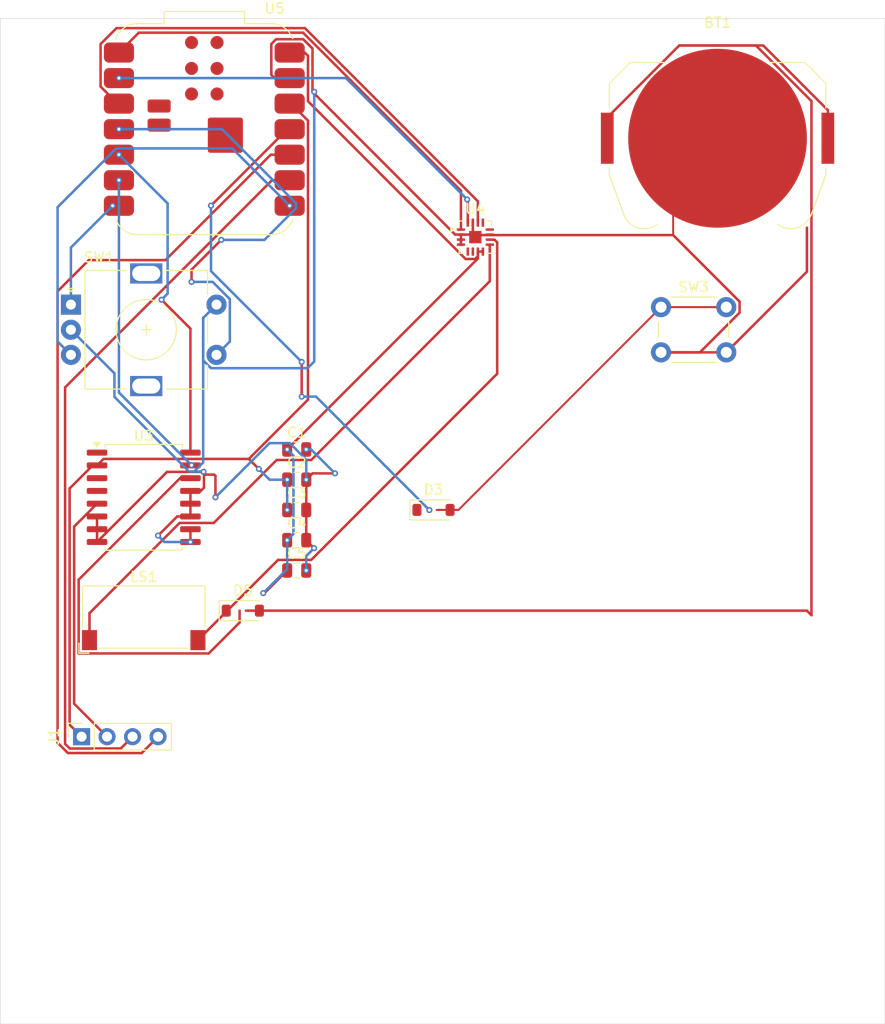
<source format=kicad_pcb>
(kicad_pcb (version 20241229) (generator "pcbnew") (generator_version "9.0")
  (layers (0 "F.Cu" signal) (2 "B.Cu" signal) (13 "F.Paste" user) (15 "B.Paste" user) (5 "F.SilkS" user "F.Silkscreen") (7 "B.SilkS" user "B.Silkscreen") (1 "F.Mask" user) (3 "B.Mask" user) (25 "Edge.Cuts" user))
  (net 0 "")
  (net 1 "GND")
  (net 2 "/DO1")
  (net 3 "+5V")
  (net 4 "+3.3V")
  (net 5 "/D10")
  (net 6 "Net-(D3-A)")
  (net 7 "/VBAT")
  (net 8 "/D9")
  (net 9 "/D8")
  (net 10 "/OUTP")
  (net 11 "/OUTN")
  (net 12 "/D6")
  (net 13 "/D0")
  (net 14 "/D7")
  (net 18 "/D5")
  (net 19 "/D4")
  (net 20 "/D3")
  (net 21 "/D1")
  (net 25 "/D2")
  (footprint "Capacitor_SMD:C_0805_2012Metric" (layer "F.Cu") (at 115.25 78.58125)
    (property "Reference" "C1" (at 0 -1.68 0) (layer "F.SilkS"))
    (property "Value" "100UF")
    (fp_line (start -0.261252 -0.735) (end 0.261252 -0.735) (stroke (width 0.12)) (layer "F.SilkS"))
    (fp_line (start -0.261252 0.735) (end 0.261252 0.735) (stroke (width 0.12)) (layer "F.SilkS"))
    (pad "1" smd roundrect (at -0.95 0) (size 1 1.45) (layers "F.Cu" "F.Mask" "F.Paste") (net 3 "+5V"))
    (pad "2" smd roundrect (at 0.95 0) (size 1 1.45) (layers "F.Cu" "F.Mask" "F.Paste") (net 1 "GND"))
  )
  (footprint "Battery:BatteryHolder_Keystone_3034_1x20mm" (layer "F.Cu") (at 157.1625 47.625)
    (property "Reference" "BT1" (at 0 -11.5 0) (layer "F.SilkS"))
    (property "Value" "Battery_Cell")
    (fp_line (start -10.78 -5.46) (end -10.78 -3) (stroke (width 0.12)) (layer "F.SilkS"))
    (fp_line (start -10.78 3) (end -10.78 3.63) (stroke (width 0.12)) (layer "F.SilkS"))
    (fp_line (start -10.78 3.63) (end -9.34 7.58) (stroke (width 0.12)) (layer "F.SilkS"))
    (fp_line (start -8.7 -7.54) (end -10.78 -5.46) (stroke (width 0.12)) (layer "F.SilkS"))
    (fp_line (start -5.2 -7.54) (end -8.7 -7.54) (stroke (width 0.12)) (layer "F.SilkS"))
    (fp_line (start 8.7 -7.54) (end 5.2 -7.54) (stroke (width 0.12)) (layer "F.SilkS"))
    (fp_line (start 8.7 -7.54) (end 10.78 -5.46) (stroke (width 0.12)) (layer "F.SilkS"))
    (fp_line (start 10.78 -5.46) (end 10.78 -3) (stroke (width 0.12)) (layer "F.SilkS"))
    (fp_line (start 10.78 3) (end 10.78 3.63) (stroke (width 0.12)) (layer "F.SilkS"))
    (fp_line (start 10.78 3.63) (end 9.34 7.58) (stroke (width 0.12)) (layer "F.SilkS"))
    (fp_arc (start -6.003354 8.56653) (mid -7.921654 8.918738) (end -9.34 7.58) (stroke (width 0.12)) (layer "F.SilkS"))
    (fp_arc (start 9.325243 7.588169) (mid 7.90634 8.911668) (end 6 8.55) (stroke (width 0.12)) (layer "F.SilkS"))
    (pad "1" smd rect (at -10.985 0) (size 1.27 5.08) (layers "F.Cu" "F.Mask" "F.Paste") (net 2 "/DO1"))
    (pad "1" smd rect (at 10.985 0) (size 1.27 5.08) (layers "F.Cu" "F.Mask" "F.Paste") (net 2 "/DO1"))
    (pad "2" smd circle (at 0 0) (size 17.8 17.8) (layers "F.Cu" "F.Mask") (net 1 "GND"))
  )
  (footprint "Diode_SMD:D_SOD-123" (layer "F.Cu") (at 128.8725 84.5975)
    (property "Reference" "D3" (at 0 -2 0) (layer "F.SilkS"))
    (property "Value" "D")
    (fp_line (start -2.36 -1) (end -2.36 1) (stroke (width 0.12)) (layer "F.SilkS"))
    (fp_line (start -2.36 -1) (end 1.65 -1) (stroke (width 0.12)) (layer "F.SilkS"))
    (fp_line (start -2.36 1) (end 1.65 1) (stroke (width 0.12)) (layer "F.SilkS"))
    (pad "1" smd roundrect (at -1.65 0) (size 0.9 1.2) (layers "F.Cu" "F.Mask" "F.Paste") (net 5 "/D10"))
    (pad "2" smd roundrect (at 1.65 0) (size 0.9 1.2) (layers "F.Cu" "F.Mask" "F.Paste") (net 6 "Net-(D3-A)"))
  )
  (footprint "Capacitor_SMD:C_0805_2012Metric" (layer "F.Cu") (at 115.25 81.59125)
    (property "Reference" "C2" (at 0 -1.68 0) (layer "F.SilkS"))
    (property "Value" "10uf")
    (fp_line (start -0.261252 -0.735) (end 0.261252 -0.735) (stroke (width 0.12)) (layer "F.SilkS"))
    (fp_line (start -0.261252 0.735) (end 0.261252 0.735) (stroke (width 0.12)) (layer "F.SilkS"))
    (pad "1" smd roundrect (at -0.95 0) (size 1 1.45) (layers "F.Cu" "F.Mask" "F.Paste") (net 4 "+3.3V"))
    (pad "2" smd roundrect (at 0.95 0) (size 1 1.45) (layers "F.Cu" "F.Mask" "F.Paste") (net 1 "GND"))
  )
  (footprint "Button_Switch_THT:SW_PUSH_6mm" (layer "F.Cu") (at 151.53125 64.425)
    (property "Reference" "SW3" (at 3.25 -2 0) (layer "F.SilkS"))
    (property "Value" "SW_Push")
    (fp_line (start -0.25 1.5) (end -0.25 3) (stroke (width 0.12)) (layer "F.SilkS"))
    (fp_line (start 1 5.5) (end 5.5 5.5) (stroke (width 0.12)) (layer "F.SilkS"))
    (fp_line (start 5.5 -1) (end 1 -1) (stroke (width 0.12)) (layer "F.SilkS"))
    (fp_line (start 6.75 3) (end 6.75 1.5) (stroke (width 0.12)) (layer "F.SilkS"))
    (pad "1" thru_hole circle (at 0 0 90) (size 2 2) (drill 1.1) (layers "*.Cu" "*.Mask") (net 6 "Net-(D3-A)"))
    (pad "1" thru_hole circle (at 6.5 0 90) (size 2 2) (drill 1.1) (layers "*.Cu" "*.Mask") (net 6 "Net-(D3-A)"))
    (pad "2" thru_hole circle (at 0 4.5 90) (size 2 2) (drill 1.1) (layers "*.Cu" "*.Mask") (net 1 "GND"))
    (pad "2" thru_hole circle (at 6.5 4.5 90) (size 2 2) (drill 1.1) (layers "*.Cu" "*.Mask") (net 1 "GND"))
  )
  (footprint "Capacitor_SMD:C_0805_2012Metric" (layer "F.Cu") (at 115.25 90.62125)
    (property "Reference" "C5" (at 0 -1.68 0) (layer "F.SilkS"))
    (property "Value" "10uf")
    (fp_line (start -0.261252 -0.735) (end 0.261252 -0.735) (stroke (width 0.12)) (layer "F.SilkS"))
    (fp_line (start -0.261252 0.735) (end 0.261252 0.735) (stroke (width 0.12)) (layer "F.SilkS"))
    (pad "1" smd roundrect (at -0.95 0) (size 1 1.45) (layers "F.Cu" "F.Mask" "F.Paste") (net 3 "+5V"))
    (pad "2" smd roundrect (at 0.95 0) (size 1 1.45) (layers "F.Cu" "F.Mask" "F.Paste") (net 1 "GND"))
  )
  (footprint "Capacitor_SMD:C_0805_2012Metric" (layer "F.Cu") (at 115.25 87.61125)
    (property "Reference" "C4" (at 0 -1.68 0) (layer "F.SilkS"))
    (property "Value" "100nf")
    (fp_line (start -0.261252 -0.735) (end 0.261252 -0.735) (stroke (width 0.12)) (layer "F.SilkS"))
    (fp_line (start -0.261252 0.735) (end 0.261252 0.735) (stroke (width 0.12)) (layer "F.SilkS"))
    (pad "1" smd roundrect (at -0.95 0) (size 1 1.45) (layers "F.Cu" "F.Mask" "F.Paste") (net 3 "+5V"))
    (pad "2" smd roundrect (at 0.95 0) (size 1 1.45) (layers "F.Cu" "F.Mask" "F.Paste") (net 1 "GND"))
  )
  (footprint "RF_Module:MCU_Seeed_ESP32C3" (layer "F.Cu") (at 106.045 46.72)
    (property "Reference" "U5" (at 7 -12 0) (layer "F.SilkS"))
    (property "Value" "XIAO-ESP32-C3-DIP")
    (fp_line (start -6.7 10.5) (end 6.7 10.5) (stroke (width 0.12)) (layer "F.SilkS"))
    (fp_line (start -4 -11.7) (end 4 -11.7) (stroke (width 0.12)) (layer "F.SilkS"))
    (fp_line (start -4 -10.5) (end -6.6 -10.5) (stroke (width 0.12)) (layer "F.SilkS"))
    (fp_line (start -4 -10.5) (end -4 -11.7) (stroke (width 0.12)) (layer "F.SilkS"))
    (fp_line (start 4 -11.7) (end 4 -10.5) (stroke (width 0.12)) (layer "F.SilkS"))
    (fp_line (start 6.6 -10.5) (end 4 -10.5) (stroke (width 0.12)) (layer "F.SilkS"))
    (fp_arc (start -8.812892 -9.00468) (mid -7.949609 -10.111769) (end -6.600468 -10.499999) (stroke (width 0.12)) (layer "F.SilkS"))
    (fp_arc (start -6.7 10.5) (mid -7.977232 10.068125) (end -8.8 9) (stroke (width 0.12)) (layer "F.SilkS"))
    (fp_arc (start 6.6 -10.499999) (mid 7.944325 -10.107116) (end 8.804034 -9.001464) (stroke (width 0.12)) (layer "F.SilkS"))
    (fp_arc (start 8.8 9) (mid 7.977232 10.068125) (end 6.7 10.5) (stroke (width 0.12)) (layer "F.SilkS"))
    (pad "1" smd roundrect (at -8.5 -7.62) (size 3 2) (layers "F.Cu" "F.Mask" "F.Paste") (net 21 "/D1"))
    (pad "2" smd roundrect (at -8.5 -5.08) (size 3 2) (layers "F.Cu" "F.Mask" "F.Paste") (net 25 "/D2"))
    (pad "3" smd roundrect (at -8.5 -2.54) (size 3 2) (layers "F.Cu" "F.Mask" "F.Paste") (net 20 "/D3"))
    (pad "4" smd roundrect (at -8.5 0) (size 3 2) (layers "F.Cu" "F.Mask" "F.Paste") (net 13 "/D0"))
    (pad "5" smd roundrect (at -8.5 2.54) (size 3 2) (layers "F.Cu" "F.Mask" "F.Paste") (net 19 "/D4"))
    (pad "6" smd roundrect (at -8.5 5.08) (size 3 2) (layers "F.Cu" "F.Mask" "F.Paste") (net 18 "/D5"))
    (pad "7" smd roundrect (at -8.5 7.62) (size 3 2) (layers "F.Cu" "F.Mask" "F.Paste") (net 12 "/D6"))
    (pad "8" smd roundrect (at 8.5 7.62) (size 3 2) (layers "F.Cu" "F.Mask" "F.Paste") (net 14 "/D7"))
    (pad "9" smd roundrect (at 8.5 5.08) (size 3 2) (layers "F.Cu" "F.Mask" "F.Paste") (net 9 "/D8"))
    (pad "10" smd roundrect (at 8.5 2.54) (size 3 2) (layers "F.Cu" "F.Mask" "F.Paste") (net 8 "/D9"))
    (pad "11" smd roundrect (at 8.5 0) (size 3 2) (layers "F.Cu" "F.Mask" "F.Paste") (net 5 "/D10"))
    (pad "12" smd roundrect (at 8.5 -2.54) (size 3 2) (layers "F.Cu" "F.Mask" "F.Paste") (net 4 "+3.3V"))
    (pad "13" smd roundrect (at 8.5 -5.08) (size 3 2) (layers "F.Cu" "F.Mask" "F.Paste") (net 1 "GND"))
    (pad "14" smd roundrect (at 8.5 -7.62) (size 3 2) (layers "F.Cu" "F.Mask" "F.Paste") (net 3 "+5V"))
    (pad "15" smd roundrect (at 2.1 0.6) (size 3.5 3.5) (property pad_prop_heatsink) (layers "F.Cu" "F.Mask") (roundrect_rratio 0.07142857143))
    (pad "16" smd roundrect (at -4.5 -0.4) (size 2.3 1.3) (layers "F.Cu" "F.Mask" "F.Paste") (roundrect_rratio 0.1923076923))
    (pad "17" smd roundrect (at -4.5 -2.3) (size 2.3 1.3) (layers "F.Cu" "F.Mask" "F.Paste") (roundrect_rratio 0.1923076923))
    (pad "18" smd circle (at -1.27 -8.62) (size 1.3 1.3) (layers "F.Cu" "F.Mask" "F.Paste"))
    (pad "19" smd circle (at -1.27 -6.04) (size 1.3 1.3) (layers "F.Cu" "F.Mask" "F.Paste"))
    (pad "20" smd circle (at -1.27 -3.5) (size 1.3 1.3) (layers "F.Cu" "F.Mask" "F.Paste"))
    (pad "21" smd circle (at 1.27 -3.5) (size 1.3 1.3) (layers "F.Cu" "F.Mask" "F.Paste"))
    (pad "22" smd circle (at 1.27 -6.04) (size 1.3 1.3) (layers "F.Cu" "F.Mask" "F.Paste"))
    (pad "23" smd circle (at 1.27 -8.62) (size 1.3 1.3) (layers "F.Cu" "F.Mask" "F.Paste"))
  )
  (footprint "Diode_SMD:D_SOD-123" (layer "F.Cu") (at 109.8825 94.61875)
    (property "Reference" "D5" (at 0 -2 0) (layer "F.SilkS"))
    (property "Value" "D")
    (fp_line (start -2.36 -1) (end -2.36 1) (stroke (width 0.12)) (layer "F.SilkS"))
    (fp_line (start -2.36 -1) (end 1.65 -1) (stroke (width 0.12)) (layer "F.SilkS"))
    (fp_line (start -2.36 1) (end 1.65 1) (stroke (width 0.12)) (layer "F.SilkS"))
    (pad "1" smd roundrect (at -1.65 0) (size 0.9 1.2) (layers "F.Cu" "F.Mask" "F.Paste") (net 7 "/VBAT"))
    (pad "2" smd roundrect (at 1.65 0) (size 0.9 1.2) (layers "F.Cu" "F.Mask" "F.Paste") (net 2 "/DO1"))
  )
  (footprint "Buzzer_Beeper:Speaker_CUI_CMR-1206S-67" (layer "F.Cu") (at 100.0125 95.25)
    (property "Reference" "LS1" (at 0 -4 0) (layer "F.SilkS"))
    (property "Value" "Speaker")
    (fp_line (start -6.45 2.6) (end -6.45 3.6) (stroke (width 0.12)) (layer "F.SilkS"))
    (fp_line (start -6.45 3.6) (end -5.45 3.6) (stroke (width 0.12)) (layer "F.SilkS"))
    (fp_line (start -6.1 -3.1) (end 6.1 -3.1) (stroke (width 0.12)) (layer "F.SilkS"))
    (fp_line (start -6.1 1.05) (end -6.1 -3.1) (stroke (width 0.12)) (layer "F.SilkS"))
    (fp_line (start 4.4 3.1) (end -4.4 3.1) (stroke (width 0.12)) (layer "F.SilkS"))
    (fp_line (start 6.1 -3.1) (end 6.1 1.05) (stroke (width 0.12)) (layer "F.SilkS"))
    (pad "1" smd rect (at -5.4 2.3 180) (size 1.5 2) (layers "F.Cu" "F.Mask") (net 10 "/OUTP"))
    (pad "2" smd rect (at 5.4 2.3 180) (size 1.5 2) (layers "F.Cu" "F.Mask") (net 11 "/OUTN"))
  )
  (footprint "Package_SO:SOIC-16W_7.5x10.3mm_P1.27mm" (layer "F.Cu") (at 100.0125 83.34375)
    (property "Reference" "U3" (at 0 -6.1 0) (layer "F.SilkS"))
    (property "Value" "DS3231M")
    (fp_line (start -3.86 -5.26) (end 3.86 -5.26) (stroke (width 0.12)) (layer "F.SilkS"))
    (fp_line (start -3.86 -5.005) (end -3.86 -5.26) (stroke (width 0.12)) (layer "F.SilkS"))
    (fp_line (start -3.86 5.26) (end -3.86 5.005) (stroke (width 0.12)) (layer "F.SilkS"))
    (fp_line (start 3.86 -5.26) (end 3.86 -5.005) (stroke (width 0.12)) (layer "F.SilkS"))
    (fp_line (start 3.86 5.005) (end 3.86 5.26) (stroke (width 0.12)) (layer "F.SilkS"))
    (fp_line (start 3.86 5.26) (end -3.86 5.26) (stroke (width 0.12)) (layer "F.SilkS"))
    (fp_poly (pts (xy -4.65 -5.01) (xy -4.99 -5.48) (xy -4.31 -5.48)) (stroke (width 0.12)) (fill yes) (layer "F.SilkS"))
    (pad "1" smd roundrect (at -4.65 -4.445) (size 2.05 0.6) (layers "F.Cu" "F.Mask" "F.Paste"))
    (pad "2" smd roundrect (at -4.65 -3.175) (size 2.05 0.6) (layers "F.Cu" "F.Mask" "F.Paste") (net 4 "+3.3V"))
    (pad "3" smd roundrect (at -4.65 -1.905) (size 2.05 0.6) (layers "F.Cu" "F.Mask" "F.Paste"))
    (pad "4" smd roundrect (at -4.65 -0.635) (size 2.05 0.6) (layers "F.Cu" "F.Mask" "F.Paste"))
    (pad "5" smd roundrect (at -4.65 0.635) (size 2.05 0.6) (layers "F.Cu" "F.Mask" "F.Paste") (net 1 "GND"))
    (pad "6" smd roundrect (at -4.65 1.905) (size 2.05 0.6) (layers "F.Cu" "F.Mask" "F.Paste") (net 1 "GND"))
    (pad "7" smd roundrect (at -4.65 3.175) (size 2.05 0.6) (layers "F.Cu" "F.Mask" "F.Paste") (net 1 "GND"))
    (pad "8" smd roundrect (at -4.65 4.445) (size 2.05 0.6) (layers "F.Cu" "F.Mask" "F.Paste") (net 1 "GND"))
    (pad "9" smd roundrect (at 4.65 4.445) (size 2.05 0.6) (layers "F.Cu" "F.Mask" "F.Paste") (net 1 "GND"))
    (pad "10" smd roundrect (at 4.65 3.175) (size 2.05 0.6) (layers "F.Cu" "F.Mask" "F.Paste") (net 1 "GND"))
    (pad "11" smd roundrect (at 4.65 1.905) (size 2.05 0.6) (layers "F.Cu" "F.Mask" "F.Paste") (net 1 "GND"))
    (pad "12" smd roundrect (at 4.65 0.635) (size 2.05 0.6) (layers "F.Cu" "F.Mask" "F.Paste") (net 1 "GND"))
    (pad "13" smd roundrect (at 4.65 -0.635) (size 2.05 0.6) (layers "F.Cu" "F.Mask" "F.Paste") (net 1 "GND"))
    (pad "14" smd roundrect (at 4.65 -1.905) (size 2.05 0.6) (layers "F.Cu" "F.Mask" "F.Paste") (net 7 "/VBAT"))
    (pad "15" smd roundrect (at 4.65 -3.175) (size 2.05 0.6) (layers "F.Cu" "F.Mask" "F.Paste") (net 18 "/D5"))
    (pad "16" smd roundrect (at 4.65 -4.445) (size 2.05 0.6) (layers "F.Cu" "F.Mask" "F.Paste") (net 19 "/D4"))
  )
  (footprint "Package_DFN_QFN:TQFN-16-1EP_3x3mm_P0.5mm_EP1.23x1.23mm" (layer "F.Cu") (at 133.04 57.46)
    (property "Reference" "U4" (at 0 -2.8 0) (layer "F.SilkS"))
    (property "Value" "MAX98357A")
    (fp_line (start -1.61 -1.61) (end -1.135 -1.61) (stroke (width 0.12)) (layer "F.SilkS"))
    (fp_line (start -1.61 -1.135) (end -1.61 -1.61) (stroke (width 0.12)) (layer "F.SilkS"))
    (fp_line (start -1.61 1.61) (end -1.61 1.135) (stroke (width 0.12)) (layer "F.SilkS"))
    (fp_line (start -1.135 1.61) (end -1.61 1.61) (stroke (width 0.12)) (layer "F.SilkS"))
    (fp_line (start 1.135 -1.61) (end 1.61 -1.61) (stroke (width 0.12)) (layer "F.SilkS"))
    (fp_line (start 1.61 -1.61) (end 1.61 -1.135) (stroke (width 0.12)) (layer "F.SilkS"))
    (fp_line (start 1.61 1.135) (end 1.61 1.61) (stroke (width 0.12)) (layer "F.SilkS"))
    (fp_line (start 1.61 1.61) (end 1.135 1.61) (stroke (width 0.12)) (layer "F.SilkS"))
    (fp_poly (pts (xy -2.12 -0.75) (xy -2.45 -0.51) (xy -2.45 -0.99)) (stroke (width 0.12)) (fill yes) (layer "F.SilkS"))
    (pad "1" smd roundrect (at -1.4375 -0.75) (size 0.825 0.25) (layers "F.Cu" "F.Mask" "F.Paste") (net 21 "/D1"))
    (pad "2" smd roundrect (at -1.4375 -0.25) (size 0.825 0.25) (layers "F.Cu" "F.Mask" "F.Paste") (net 1 "GND"))
    (pad "3" smd roundrect (at -1.4375 0.25) (size 0.825 0.25) (layers "F.Cu" "F.Mask" "F.Paste") (net 1 "GND"))
    (pad "4" smd roundrect (at -1.4375 0.75) (size 0.825 0.25) (layers "F.Cu" "F.Mask" "F.Paste") (net 1 "GND"))
    (pad "5" smd roundrect (at -0.75 1.4375) (size 0.25 0.825) (layers "F.Cu" "F.Mask" "F.Paste"))
    (pad "6" smd roundrect (at -0.25 1.4375) (size 0.25 0.825) (layers "F.Cu" "F.Mask" "F.Paste"))
    (pad "7" smd roundrect (at 0.25 1.4375) (size 0.25 0.825) (layers "F.Cu" "F.Mask" "F.Paste") (net 3 "+5V"))
    (pad "8" smd roundrect (at 0.75 1.4375) (size 0.25 0.825) (layers "F.Cu" "F.Mask" "F.Paste") (net 3 "+5V"))
    (pad "9" smd roundrect (at 1.4375 0.75) (size 0.825 0.25) (layers "F.Cu" "F.Mask" "F.Paste") (net 10 "/OUTP"))
    (pad "10" smd roundrect (at 1.4375 0.25) (size 0.825 0.25) (layers "F.Cu" "F.Mask" "F.Paste") (net 11 "/OUTN"))
    (pad "11" smd roundrect (at 1.4375 -0.25) (size 0.825 0.25) (layers "F.Cu" "F.Mask" "F.Paste") (net 1 "GND"))
    (pad "12" smd roundrect (at 1.4375 -0.75) (size 0.825 0.25) (layers "F.Cu" "F.Mask" "F.Paste"))
    (pad "13" smd roundrect (at 0.75 -1.4375) (size 0.25 0.825) (layers "F.Cu" "F.Mask" "F.Paste"))
    (pad "14" smd roundrect (at 0.25 -1.4375) (size 0.25 0.825) (layers "F.Cu" "F.Mask" "F.Paste") (net 20 "/D3"))
    (pad "15" smd roundrect (at -0.25 -1.4375) (size 0.25 0.825) (layers "F.Cu" "F.Mask" "F.Paste") (net 1 "GND"))
    (pad "16" smd roundrect (at -0.75 -1.4375) (size 0.25 0.825) (layers "F.Cu" "F.Mask" "F.Paste") (net 25 "/D2"))
    (pad "17" smd rect (at 0 0) (size 1.23 1.23) (property pad_prop_heatsink) (layers "F.Cu" "F.Mask") (net 1 "GND"))
  )
  (footprint "Rotary_Encoder:RotaryEncoder_Alps_EC11E-Switch_Vertical_H20mm" (layer "F.Cu") (at 92.7625 64.175)
    (property "Reference" "SW1" (at 2.8 -4.7 0) (layer "F.SilkS"))
    (property "Value" "RotaryEncoder_Switch")
    (fp_line (start -0.3 -1.6) (end 0.3 -1.6) (stroke (width 0.12)) (layer "F.SilkS"))
    (fp_line (start 0 -1.3) (end -0.3 -1.6) (stroke (width 0.12)) (layer "F.SilkS"))
    (fp_line (start 0.3 -1.6) (end 0 -1.3) (stroke (width 0.12)) (layer "F.SilkS"))
    (fp_line (start 1.4 -3.4) (end 1.4 8.4) (stroke (width 0.12)) (layer "F.SilkS"))
    (fp_line (start 5.5 -3.4) (end 1.4 -3.4) (stroke (width 0.12)) (layer "F.SilkS"))
    (fp_line (start 5.5 8.4) (end 1.4 8.4) (stroke (width 0.12)) (layer "F.SilkS"))
    (fp_line (start 7 2.5) (end 8 2.5) (stroke (width 0.12)) (layer "F.SilkS"))
    (fp_line (start 7.5 2) (end 7.5 3) (stroke (width 0.12)) (layer "F.SilkS"))
    (fp_line (start 9.5 -3.4) (end 13.6 -3.4) (stroke (width 0.12)) (layer "F.SilkS"))
    (fp_line (start 13.6 -3.4) (end 13.6 -1) (stroke (width 0.12)) (layer "F.SilkS"))
    (fp_line (start 13.6 1.2) (end 13.6 3.8) (stroke (width 0.12)) (layer "F.SilkS"))
    (fp_line (start 13.6 6) (end 13.6 8.4) (stroke (width 0.12)) (layer "F.SilkS"))
    (fp_line (start 13.6 8.4) (end 9.5 8.4) (stroke (width 0.12)) (layer "F.SilkS"))
    (fp_circle (center 7.5 2.5) (end 10.5 2.5) (stroke (width 0.12)) (fill no) (layer "F.SilkS"))
    (pad "A" thru_hole rect (at 0 0) (size 2 2) (drill 1) (layers "*.Cu" "*.Mask") (net 12 "/D6"))
    (pad "B" thru_hole circle (at 0 5) (size 2 2) (drill 1) (layers "*.Cu" "*.Mask") (net 14 "/D7"))
    (pad "C" thru_hole circle (at 0 2.5) (size 2 2) (drill 1) (layers "*.Cu" "*.Mask") (net 1 "GND"))
    (pad "MP" thru_hole rect (at 7.5 -3.1) (size 3.2 2) (drill oval 2.8 1.5) (layers "*.Cu" "*.Mask"))
    (pad "MP" thru_hole rect (at 7.5 8.1) (size 3.2 2) (drill oval 2.8 1.5) (layers "*.Cu" "*.Mask"))
    (pad "S1" thru_hole circle (at 14.5 5) (size 2 2) (drill 1) (layers "*.Cu" "*.Mask") (net 13 "/D0"))
    (pad "S2" thru_hole circle (at 14.5 0) (size 2 2) (drill 1) (layers "*.Cu" "*.Mask") (net 1 "GND"))
  )
  (footprint "Connector_PinSocket_2.54mm:PinSocket_1x04_P2.54mm_Vertical" (layer "F.Cu") (at 93.82125 107.15625 90)
    (property "Reference" "J1" (at 0 -2.77 90) (layer "F.SilkS"))
    (property "Value" "Conn_01x04_Socket")
    (fp_line (start 1.33 -1.33) (end 1.33 0) (stroke (width 0.12)) (layer "F.SilkS"))
    (fp_line (start 0 -1.33) (end 1.33 -1.33) (stroke (width 0.12)) (layer "F.SilkS"))
    (fp_line (start 1.33 1.27) (end 1.33 8.95) (stroke (width 0.12)) (layer "F.SilkS"))
    (fp_line (start -1.33 1.27) (end 1.33 1.27) (stroke (width 0.12)) (layer "F.SilkS"))
    (fp_line (start -1.33 1.27) (end -1.33 8.95) (stroke (width 0.12)) (layer "F.SilkS"))
    (fp_line (start -1.33 8.95) (end 1.33 8.95) (stroke (width 0.12)) (layer "F.SilkS"))
    (pad "1" thru_hole rect (at 0 0 90) (size 1.7 1.7) (drill 1) (layers "*.Cu" "*.Mask") (net 4 "+3.3V"))
    (pad "2" thru_hole circle (at 0 2.54 90) (size 1.7 1.7) (drill 1) (layers "*.Cu" "*.Mask") (net 1 "GND"))
    (pad "3" thru_hole circle (at 0 5.08 90) (size 1.7 1.7) (drill 1) (layers "*.Cu" "*.Mask") (net 9 "/D8"))
    (pad "4" thru_hole circle (at 0 7.62 90) (size 1.7 1.7) (drill 1) (layers "*.Cu" "*.Mask") (net 8 "/D9"))
  )
  (footprint "Capacitor_SMD:C_0805_2012Metric" (layer "F.Cu") (at 115.25 84.60125)
    (property "Reference" "C3" (at 0 -1.68 0) (layer "F.SilkS"))
    (property "Value" "100nf")
    (fp_line (start -0.261252 -0.735) (end 0.261252 -0.735) (stroke (width 0.12)) (layer "F.SilkS"))
    (fp_line (start -0.261252 0.735) (end 0.261252 0.735) (stroke (width 0.12)) (layer "F.SilkS"))
    (pad "1" smd roundrect (at -0.95 0) (size 1 1.45) (layers "F.Cu" "F.Mask" "F.Paste") (net 4 "+3.3V"))
    (pad "2" smd roundrect (at 0.95 0) (size 1 1.45) (layers "F.Cu" "F.Mask" "F.Paste") (net 1 "GND"))
  )
  (gr_rect (start 85.725 35.71875) (end 173.83125 135.73125) (stroke (width 0.05)) (fill no) (layer "Edge.Cuts"))
  (segment (start 151.53125 68.925) (end 155.406498 68.925) (width 0.25) (layer "F.Cu") (net 1))
  (segment (start 106.0135 81.087428) (end 106.0135 82.382749) (width 0.25) (layer "F.Cu") (net 1))
  (segment (start 107.031322 81.087428) (end 107.15625 81.212356) (width 0.25) (layer "F.Cu") (net 1))
  (segment (start 96.36125 107.15625) (end 93.0855 103.8805) (width 0.25) (layer "F.Cu") (net 1))
  (segment (start 132.79 57.21) (end 133.04 57.46) (width 0.25) (layer "F.Cu") (net 1))
  (segment (start 157.1625 47.625) (end 152.740498 52.047002) (width 0.2) (layer "F.Cu") (net 1))
  (segment (start 155.406498 68.925) (end 159.35725 64.974248) (width 0.25) (layer "F.Cu") (net 1))
  (segment (start 166.0625 60.89375) (end 166.0625 56.525) (width 0.25) (layer "F.Cu") (net 1))
  (segment (start 131.02875 57.21) (end 116.822 43.00325) (width 0.25) (layer "F.Cu") (net 1))
  (segment (start 131.6025 57.21) (end 131.02875 57.21) (width 0.25) (layer "F.Cu") (net 1))
  (segment (start 106.0135 81.087428) (end 107.031322 81.087428) (width 0.25) (layer "F.Cu") (net 1))
  (segment (start 106.0135 82.382749) (end 105.687499 82.70875) (width 0.25) (layer "F.Cu") (net 1))
  (segment (start 152.740498 57.259) (end 133.241 57.259) (width 0.25) (layer "F.Cu") (net 1))
  (segment (start 116.2 87.625) (end 116.97844 88.40344) (width 0.25) (layer "F.Cu") (net 1))
  (segment (start 158.03125 68.925) (end 166.0625 60.89375) (width 0.25) (layer "F.Cu") (net 1))
  (segment (start 105.687499 82.70875) (end 104.6625 82.70875) (width 0.25) (layer "F.Cu") (net 1))
  (segment (start 104.6625 85.24875) (end 103.346294 85.24875) (width 0.25) (layer "F.Cu") (net 1))
  (segment (start 104.6625 82.70875) (end 104.6625 85.24875) (width 0.25) (layer "F.Cu") (net 1))
  (segment (start 116.822 43.00325) (end 116.822 38.701588) (width 0.25) (layer "F.Cu") (net 1))
  (segment (start 93.0855 86.25575) (end 95.3625 83.97875) (width 0.25) (layer "F.Cu") (net 1))
  (segment (start 151.53125 68.925) (end 158.03125 68.925) (width 0.25) (layer "F.Cu") (net 1))
  (segment (start 105.738822 80.81275) (end 106.0135 81.087428) (width 0.25) (layer "F.Cu") (net 1))
  (segment (start 131.6025 57.71) (end 131.6025 58.21) (width 0.25) (layer "F.Cu") (net 1))
  (segment (start 116.822 38.701588) (end 115.894412 37.774) (width 0.25) (layer "F.Cu") (net 1))
  (segment (start 159.35725 63.875752) (end 152.740498 57.259) (width 0.25) (layer "F.Cu") (net 1))
  (segment (start 107.15625 81.212356) (end 107.15625 83.34375) (width 0.25) (layer "F.Cu") (net 1))
  (segment (start 113.045 41.64) (end 114.545 41.64) (width 0.25) (layer "F.Cu") (net 1))
  (segment (start 159.35725 64.974248) (end 159.35725 63.875752) (width 0.25) (layer "F.Cu") (net 1))
  (segment (start 112.719 41.314) (end 113.045 41.64) (width 0.25) (layer "F.Cu") (net 1))
  (segment (start 116.82875 80.9625) (end 119.0625 80.9625) (width 0.25) (layer "F.Cu") (net 1))
  (segment (start 103.346294 85.24875) (end 101.441272 87.153772) (width 0.25) (layer "F.Cu") (net 1))
  (segment (start 104.6625 87.78875) (end 104.6625 86.51875) (width 0.25) (layer "F.Cu") (net 1))
  (segment (start 95.3625 85.24875) (end 95.3625 87.78875) (width 0.25) (layer "F.Cu") (net 1))
  (segment (start 131.6025 58.21) (end 131.6025 57.21) (width 0.25) (layer "F.Cu") (net 1))
  (segment (start 133.241 57.259) (end 133.04 57.46) (width 0.25) (layer "F.Cu") (net 1))
  (segment (start 95.3625 87.78875) (end 102.3385 80.81275) (width 0.25) (layer "F.Cu") (net 1))
  (segment (start 131.6025 57.21) (end 132.79 57.21) (width 0.25) (layer "F.Cu") (net 1))
  (segment (start 115.894412 37.774) (end 113.195588 37.774) (width 0.25) (layer "F.Cu") (net 1))
  (segment (start 116.2 81.59125) (end 116.2 87.625) (width 0.25) (layer "F.Cu") (net 1))
  (segment (start 113.195588 37.774) (end 112.719 38.250588) (width 0.25) (layer "F.Cu") (net 1))
  (segment (start 93.0855 103.8805) (end 93.0855 86.25575) (width 0.25) (layer "F.Cu") (net 1))
  (segment (start 116.2 81.59125) (end 116.82875 80.9625) (width 0.25) (layer "F.Cu") (net 1))
  (segment (start 132.79 56.0225) (end 132.79 57.21) (width 0.25) (layer "F.Cu") (net 1))
  (segment (start 152.740498 52.047002) (end 152.740498 57.259) (width 0.2) (layer "F.Cu") (net 1))
  (segment (start 102.3385 80.81275) (end 105.738822 80.81275) (width 0.25) (layer "F.Cu") (net 1))
  (segment (start 112.719 38.250588) (end 112.719 41.314) (width 0.25) (layer "F.Cu") (net 1))
  (via (at 101.441272 87.153772) (size 0.6) (drill 0.3) (layers "F.Cu" "B.Cu") (net 1))
  (via (at 104.6625 87.78875) (size 0.6) (drill 0.3) (layers "F.Cu" "B.Cu") (net 1))
  (via (at 116.2 90.62125) (size 0.6) (drill 0.3) (layers "F.Cu" "B.Cu") (net 1))
  (via (at 116.996 43.00325) (size 0.6) (drill 0.3) (layers "F.Cu" "B.Cu") (net 1))
  (via (at 116.2 81.59125) (size 0.6) (drill 0.3) (layers "F.Cu" "B.Cu") (net 1))
  (via (at 107.15625 83.34375) (size 0.6) (drill 0.3) (layers "F.Cu" "B.Cu") (net 1))
  (via (at 119.0625 80.9625) (size 0.6) (drill 0.3) (layers "F.Cu" "B.Cu") (net 1))
  (via (at 116.97844 88.40344) (size 0.6) (drill 0.3) (layers "F.Cu" "B.Cu") (net 1))
  (via (at 116.2 78.58125) (size 0.6) (drill 0.3) (layers "F.Cu" "B.Cu") (net 1))
  (via (at 105.974247 80.80375) (size 0.6) (drill 0.3) (layers "F.Cu" "B.Cu") (net 1))
  (segment (start 112.54475 77.95525) (end 114.559298 77.95525) (width 0.25) (layer "B.Cu") (net 1))
  (segment (start 105.034298 80.77575) (end 105.9365 79.873548) (width 0.25) (layer "B.Cu") (net 1))
  (segment (start 116.996 69.832149) (end 116.996 43.00325) (width 0.25) (layer "B.Cu") (net 1))
  (segment (start 105.9365 69.724248) (end 106.713252 70.501) (width 0.25) (layer "B.Cu") (net 1))
  (segment (start 116.97844 88.40344) (end 116.2 89.18188) (width 0.25) (layer "B.Cu") (net 1))
  (segment (start 119.0625 80.9625) (end 116.68125 78.58125) (width 0.25) (layer "B.Cu") (net 1))
  (segment (start 105.034298 80.77575) (end 105.946247 80.77575) (width 0.25) (layer "B.Cu") (net 1))
  (segment (start 105.9365 65.501) (end 107.2625 64.175) (width 0.25) (layer "B.Cu") (net 1))
  (segment (start 106.713252 70.501) (end 116.327149 70.501) (width 0.25) (layer "B.Cu") (net 1))
  (segment (start 101.441272 87.153772) (end 102.07625 87.78875) (width 0.25) (layer "B.Cu") (net 1))
  (segment (start 102.07625 87.78875) (end 104.6625 87.78875) (width 0.25) (layer "B.Cu") (net 1))
  (segment (start 116.68125 78.58125) (end 116.2 78.58125) (width 0.25) (layer "B.Cu") (net 1))
  (segment (start 105.946247 80.77575) (end 105.974247 80.80375) (width 0.25) (layer "B.Cu") (net 1))
  (segment (start 116.2 79.595952) (end 116.2 81.59125) (width 0.25) (layer "B.Cu") (net 1))
  (segment (start 116.327149 70.501) (end 116.996 69.832149) (width 0.25) (layer "B.Cu") (net 1))
  (segment (start 97.094 73.354048) (end 104.515702 80.77575) (width 0.25) (layer "B.Cu") (net 1))
  (segment (start 114.559298 77.95525) (end 116.2 79.595952) (width 0.25) (layer "B.Cu") (net 1))
  (segment (start 105.9365 65.501) (end 105.9365 69.724248) (width 0.25) (layer "B.Cu") (net 1))
  (segment (start 107.15625 83.34375) (end 112.54475 77.95525) (width 0.25) (layer "B.Cu") (net 1))
  (segment (start 116.2 89.18188) (end 116.2 90.62125) (width 0.25) (layer "B.Cu") (net 1))
  (segment (start 97.094 71.0065) (end 97.094 73.354048) (width 0.25) (layer "B.Cu") (net 1))
  (segment (start 92.7625 66.675) (end 97.094 71.0065) (width 0.25) (layer "B.Cu") (net 1))
  (segment (start 105.9365 79.873548) (end 105.9365 65.501) (width 0.25) (layer "B.Cu") (net 1))
  (segment (start 104.515702 80.77575) (end 105.034298 80.77575) (width 0.25) (layer "B.Cu") (net 1))
  (segment (start 146.1775 45.562465) (end 153.340965 38.399) (width 0.25) (layer "F.Cu") (net 2))
  (segment (start 146.1775 47.625) (end 146.1775 45.562465) (width 0.25) (layer "F.Cu") (net 2))
  (segment (start 166.5135 43.928465) (end 166.5135 95.076) (width 0.25) (layer "F.Cu") (net 2))
  (segment (start 161.7115 38.399) (end 153.340965 38.399) (width 0.25) (layer "F.Cu") (net 2))
  (segment (start 166.05625 94.61875) (end 110.2025 94.61875) (width 0.25) (layer "F.Cu") (net 2))
  (segment (start 168.1475 47.625) (end 168.1475 44.835) (width 0.25) (layer "F.Cu") (net 2))
  (segment (start 166.5135 95.076) (end 166.05625 94.61875) (width 0.25) (layer "F.Cu") (net 2))
  (segment (start 168.1475 44.835) (end 161.7115 38.399) (width 0.25) (layer "F.Cu") (net 2))
  (segment (start 153.340965 38.399) (end 160.984035 38.399) (width 0.25) (layer "F.Cu") (net 2))
  (segment (start 160.984035 38.399) (end 166.5135 43.928465) (width 0.25) (layer "F.Cu") (net 2))
  (segment (start 132.064846 59.636) (end 116.371 43.942154) (width 0.25) (layer "F.Cu") (net 3))
  (segment (start 116.371 43.942154) (end 116.371 39.426) (width 0.25) (layer "F.Cu") (net 3))
  (segment (start 133.015154 59.636) (end 132.064846 59.636) (width 0.25) (layer "F.Cu") (net 3))
  (segment (start 116.371 39.426) (end 116.045 39.1) (width 0.25) (layer "F.Cu") (net 3))
  (segment (start 133.29 58.8975) (end 133.29 59.59125) (width 0.25) (layer "F.Cu") (net 3))
  (segment (start 133.29 58.8975) (end 133.29 59.361154) (width 0.25) (layer "F.Cu") (net 3))
  (segment (start 133.29 59.361154) (end 133.015154 59.636) (width 0.25) (layer "F.Cu") (net 3))
  (segment (start 112.0525 92.86875) (end 111.91875 92.86875) (width 0.25) (layer "F.Cu") (net 3))
  (segment (start 116.045 39.1) (end 114.545 39.1) (width 0.25) (layer "F.Cu") (net 3))
  (segment (start 133.29 58.8975) (end 133.79 58.8975) (width 0.25) (layer "F.Cu") (net 3))
  (segment (start 114.3 90.62125) (end 112.0525 92.86875) (width 0.25) (layer "F.Cu") (net 3))
  (segment (start 133.29 59.59125) (end 114.3 78.58125) (width 0.25) (layer "F.Cu") (net 3))
  (via (at 114.3 78.58125) (size 0.6) (drill 0.3) (layers "F.Cu" "B.Cu") (net 3))
  (via (at 114.3 87.61125) (size 0.6) (drill 0.3) (layers "F.Cu" "B.Cu") (net 3))
  (via (at 111.91875 92.86875) (size 0.6) (drill 0.3) (layers "F.Cu" "B.Cu") (net 3))
  (segment (start 114.3 87.61125) (end 114.926 86.98525) (width 0.25) (layer "B.Cu") (net 3))
  (segment (start 114.926 86.98525) (end 114.926 79.20725) (width 0.25) (layer "B.Cu") (net 3))
  (segment (start 114.3 90.4875) (end 114.3 87.61125) (width 0.25) (layer "B.Cu") (net 3))
  (segment (start 111.91875 92.86875) (end 114.3 90.4875) (width 0.25) (layer "B.Cu") (net 3))
  (segment (start 114.926 79.20725) (end 114.3 78.58125) (width 0.25) (layer "B.Cu") (net 3))
  (segment (start 93.82125 107.15625) (end 92.6345 105.9695) (width 0.25) (layer "F.Cu") (net 4))
  (segment (start 95.3625 80.16875) (end 96.0065 79.52475) (width 0.25) (layer "F.Cu") (net 4))
  (segment (start 92.6345 105.9695) (end 92.6345 82.464428) (width 0.25) (layer "F.Cu") (net 4))
  (segment (start 114.545 44.18) (end 114.680412 44.18) (width 0.25) (layer "F.Cu") (net 4))
  (segment (start 110.481 79.52475) (end 111.476808 80.520558) (width 0.25) (layer "F.Cu") (net 4))
  (segment (start 116.371 45.870588) (end 116.371 73.63475) (width 0.25) (layer "F.Cu") (net 4))
  (segment (start 92.6345 82.464428) (end 94.930178 80.16875) (width 0.25) (layer "F.Cu") (net 4))
  (segment (start 116.371 73.63475) (end 110.481 79.52475) (width 0.25) (layer "F.Cu") (net 4))
  (segment (start 96.0065 79.52475) (end 110.481 79.52475) (width 0.25) (layer "F.Cu") (net 4))
  (segment (start 114.680412 44.18) (end 116.371 45.870588) (width 0.25) (layer "F.Cu") (net 4))
  (segment (start 94.930178 80.16875) (end 95.3625 80.16875) (width 0.25) (layer "F.Cu") (net 4))
  (via (at 114.3 84.60125) (size 0.6) (drill 0.3) (layers "F.Cu" "B.Cu") (net 4))
  (via (at 111.476808 80.520558) (size 0.6) (drill 0.3) (layers "F.Cu" "B.Cu") (net 4))
  (via (at 114.3 81.59125) (size 0.6) (drill 0.3) (layers "F.Cu" "B.Cu") (net 4))
  (segment (start 114.3 81.59125) (end 114.3 84.60125) (width 0.25) (layer "B.Cu") (net 4))
  (segment (start 112.5475 81.59125) (end 114.3 81.59125) (width 0.25) (layer "B.Cu") (net 4))
  (segment (start 111.476808 80.520558) (end 112.5475 81.59125) (width 0.25) (layer "B.Cu") (net 4))
  (segment (start 114.321116 46.72) (end 106.714308 54.326808) (width 0.25) (layer "F.Cu") (net 5))
  (segment (start 114.545 46.72) (end 114.321116 46.72) (width 0.25) (layer "F.Cu") (net 5))
  (segment (start 115.746 69.876) (end 115.746 73.324903) (width 0.25) (layer "F.Cu") (net 5))
  (via (at 115.746 69.876) (size 0.6) (drill 0.3) (layers "F.Cu" "B.Cu") (net 5))
  (via (at 128.4625 84.615458) (size 0.6) (drill 0.3) (layers "F.Cu" "B.Cu") (net 5))
  (via (at 106.714308 54.326808) (size 0.6) (drill 0.3) (layers "F.Cu" "B.Cu") (net 5))
  (via (at 115.746 73.324903) (size 0.6) (drill 0.3) (layers "F.Cu" "B.Cu") (net 5))
  (segment (start 106.714308 54.326808) (end 106.714308 60.844308) (width 0.25) (layer "B.Cu") (net 5))
  (segment (start 106.714308 60.844308) (end 115.746 69.876) (width 0.25) (layer "B.Cu") (net 5))
  (segment (start 117.171945 73.324903) (end 128.4625 84.615458) (width 0.25) (layer "B.Cu") (net 5))
  (segment (start 115.746 73.324903) (end 117.171945 73.324903) (width 0.25) (layer "B.Cu") (net 5))
  (segment (start 131.35875 84.5975) (end 129.1925 84.5975) (width 0.2) (layer "F.Cu") (net 6))
  (segment (start 158.03125 64.425) (end 157.29375 64.425) (width 0.2) (layer "F.Cu") (net 6))
  (segment (start 151.53125 64.425) (end 131.35875 84.5975) (width 0.2) (layer "F.Cu") (net 6))
  (segment (start 157.29375 64.425) (end 157.1625 64.29375) (width 0.2) (layer "F.Cu") (net 6))
  (segment (start 151.53125 64.425) (end 158.03125 64.425) (width 0.2) (layer "F.Cu") (net 6))
  (segment (start 93.5365 98.876) (end 93.5365 91.539751) (width 0.25) (layer "F.Cu") (net 7))
  (segment (start 109.5625 95.802) (end 106.4885 98.876) (width 0.25) (layer "F.Cu") (net 7))
  (segment (start 106.4885 98.876) (end 93.5365 98.876) (width 0.25) (layer "F.Cu") (net 7))
  (segment (start 109.5625 94.61875) (end 109.5625 95.802) (width 0.25) (layer "F.Cu") (net 7))
  (segment (start 103.637501 81.43875) (end 104.6625 81.43875) (width 0.25) (layer "F.Cu") (net 7))
  (segment (start 93.5365 91.539751) (end 103.637501 81.43875) (width 0.25) (layer "F.Cu") (net 7))
  (segment (start 101.44125 107.15625) (end 99.81425 108.78325) (width 0.25) (layer "F.Cu") (net 8))
  (segment (start 94.5365 59.749) (end 102.176 59.749) (width 0.25) (layer "F.Cu") (net 8))
  (segment (start 99.81425 108.78325) (end 92.45844 108.78325) (width 0.25) (layer "F.Cu") (net 8))
  (segment (start 91.4365 107.76131) (end 91.4365 62.849) (width 0.25) (layer "F.Cu") (net 8))
  (segment (start 91.4365 62.849) (end 94.5365 59.749) (width 0.25) (layer "F.Cu") (net 8))
  (segment (start 112.665 49.26) (end 114.545 49.26) (width 0.25) (layer "F.Cu") (net 8))
  (segment (start 102.176 59.749) (end 112.665 49.26) (width 0.25) (layer "F.Cu") (net 8))
  (segment (start 92.45844 108.78325) (end 91.4365 107.76131) (width 0.25) (layer "F.Cu") (net 8))
  (segment (start 98.90125 107.15625) (end 97.72525 108.33225) (width 0.25) (layer "F.Cu") (net 9))
  (segment (start 92.1835 72.406) (end 112.7895 51.8) (width 0.25) (layer "F.Cu") (net 9))
  (segment (start 92.1835 107.8705) (end 92.1835 72.406) (width 0.25) (layer "F.Cu") (net 9))
  (segment (start 92.64525 108.33225) (end 92.1835 107.8705) (width 0.25) (layer "F.Cu") (net 9))
  (segment (start 112.7895 51.8) (end 114.545 51.8) (width 0.25) (layer "F.Cu") (net 9))
  (segment (start 97.72525 108.33225) (end 92.64525 108.33225) (width 0.25) (layer "F.Cu") (net 9))
  (segment (start 116.695514 79.63225) (end 113.249 79.63225) (width 0.25) (layer "F.Cu") (net 10))
  (segment (start 103.586178 85.89275) (end 94.6125 94.866428) (width 0.25) (layer "F.Cu") (net 10))
  (segment (start 134.4775 58.21) (end 134.4775 61.850264) (width 0.25) (layer "F.Cu") (net 10))
  (segment (start 113.249 79.63225) (end 106.9885 85.89275) (width 0.25) (layer "F.Cu") (net 10))
  (segment (start 94.6125 94.866428) (end 94.6125 97.55) (width 0.25) (layer "F.Cu") (net 10))
  (segment (start 134.4775 61.850264) (end 116.695514 79.63225) (width 0.25) (layer "F.Cu") (net 10))
  (segment (start 106.9885 85.89275) (end 103.586178 85.89275) (width 0.25) (layer "F.Cu") (net 10))
  (segment (start 134.941154 57.71) (end 135.216 57.984846) (width 0.25) (layer "F.Cu") (net 11))
  (segment (start 116.695514 89.57025) (end 113.39225 89.57025) (width 0.25) (layer "F.Cu") (net 11))
  (segment (start 135.216 57.984846) (end 135.216 71.049764) (width 0.25) (layer "F.Cu") (net 11))
  (segment (start 134.4775 57.71) (end 134.941154 57.71) (width 0.25) (layer "F.Cu") (net 11))
  (segment (start 135.216 71.049764) (end 116.695514 89.57025) (width 0.25) (layer "F.Cu") (net 11))
  (segment (start 113.39225 89.57025) (end 105.4125 97.55) (width 0.25) (layer "F.Cu") (net 11))
  (via (at 96.92 54.34) (size 0.6) (drill 0.3) (layers "F.Cu" "B.Cu") (net 12))
  (segment (start 92.7625 58.4975) (end 96.92 54.34) (width 0.25) (layer "B.Cu") (net 12))
  (segment (start 92.7625 64.175) (end 92.7625 58.4975) (width 0.25) (layer "B.Cu") (net 12))
  (segment (start 104.775 61.9125) (end 104.775 60.698384) (width 0.25) (layer "F.Cu") (net 13))
  (segment (start 104.775 60.698384) (end 107.739817 57.733567) (width 0.25) (layer "F.Cu") (net 13))
  (via (at 104.775 61.9125) (size 0.6) (drill 0.3) (layers "F.Cu" "B.Cu") (net 13))
  (via (at 97.545 46.72) (size 0.6) (drill 0.3) (layers "F.Cu" "B.Cu") (net 13))
  (via (at 107.739817 57.733567) (size 0.6) (drill 0.3) (layers "F.Cu" "B.Cu") (net 13))
  (segment (start 107.810298 46.72) (end 97.545 46.72) (width 0.25) (layer "B.Cu") (net 13))
  (segment (start 108.5885 63.625752) (end 106.875248 61.9125) (width 0.25) (layer "B.Cu") (net 13))
  (segment (start 112.036731 57.733567) (end 115.171 54.599298) (width 0.25) (layer "B.Cu") (net 13))
  (segment (start 107.739817 57.733567) (end 112.036731 57.733567) (width 0.25) (layer "B.Cu") (net 13))
  (segment (start 115.171 54.599298) (end 115.171 54.080702) (width 0.25) (layer "B.Cu") (net 13))
  (segment (start 115.171 54.080702) (end 107.810298 46.72) (width 0.25) (layer "B.Cu") (net 13))
  (segment (start 107.2625 69.175) (end 108.5885 67.849) (width 0.25) (layer "B.Cu") (net 13))
  (segment (start 106.875248 61.9125) (end 104.775 61.9125) (width 0.25) (layer "B.Cu") (net 13))
  (segment (start 108.5885 67.849) (end 108.5885 63.625752) (width 0.25) (layer "B.Cu") (net 13))
  (via (at 114.545 54.34) (size 0.6) (drill 0.3) (layers "F.Cu" "B.Cu") (net 14))
  (segment (start 91.4365 67.849) (end 91.4365 54.483202) (width 0.25) (layer "B.Cu") (net 14))
  (segment (start 97.285702 48.634) (end 108.839 48.634) (width 0.25) (layer "B.Cu") (net 14))
  (segment (start 91.4365 54.483202) (end 97.285702 48.634) (width 0.25) (layer "B.Cu") (net 14))
  (segment (start 92.7625 69.175) (end 91.4365 67.849) (width 0.25) (layer "B.Cu") (net 14))
  (segment (start 108.839 48.634) (end 114.545 54.34) (width 0.25) (layer "B.Cu") (net 14))
  (segment (start 104.6625 80.16875) (end 104.756 80.16875) (width 0.25) (layer "F.Cu") (net 18))
  (segment (start 104.756 80.16875) (end 104.775 80.14975) (width 0.25) (layer "F.Cu") (net 18))
  (via (at 97.545 51.8) (size 0.6) (drill 0.3) (layers "F.Cu" "B.Cu") (net 18))
  (via (at 104.775 80.14975) (size 0.6) (drill 0.3) (layers "F.Cu" "B.Cu") (net 18))
  (segment (start 104.775 80.14975) (end 97.545 72.91975) (width 0.25) (layer "B.Cu") (net 18))
  (segment (start 97.545 72.91975) (end 97.545 51.8) (width 0.25) (layer "B.Cu") (net 18))
  (segment (start 104.6625 66.5625) (end 101.786692 63.686692) (width 0.25) (layer "F.Cu") (net 19))
  (segment (start 104.6625 78.89875) (end 104.6625 66.5625) (width 0.25) (layer "F.Cu") (net 19))
  (via (at 97.545 49.26) (size 0.6) (drill 0.3) (layers "F.Cu" "B.Cu") (net 19))
  (via (at 101.786692 63.686692) (size 0.6) (drill 0.3) (layers "F.Cu" "B.Cu") (net 19))
  (segment (start 102.39375 63.079634) (end 102.39375 54.10875) (width 0.25) (layer "B.Cu") (net 19))
  (segment (start 101.786692 63.686692) (end 102.39375 63.079634) (width 0.25) (layer "B.Cu") (net 19))
  (segment (start 102.39375 54.10875) (end 97.545 49.26) (width 0.25) (layer "B.Cu") (net 19))
  (segment (start 133.29 56.0225) (end 133.29 53.893968) (width 0.25) (layer "F.Cu") (net 20))
  (segment (start 97.409588 44.18) (end 97.545 44.18) (width 0.25) (layer "F.Cu") (net 20))
  (segment (start 95.719 38.250588) (end 95.719 42.489412) (width 0.25) (layer "F.Cu") (net 20))
  (segment (start 95.719 42.489412) (end 97.409588 44.18) (width 0.25) (layer "F.Cu") (net 20))
  (segment (start 133.29 53.893968) (end 116.069032 36.673) (width 0.25) (layer "F.Cu") (net 20))
  (segment (start 97.296588 36.673) (end 95.719 38.250588) (width 0.25) (layer "F.Cu") (net 20))
  (segment (start 116.069032 36.673) (end 97.296588 36.673) (width 0.25) (layer "F.Cu") (net 20))
  (segment (start 131.6025 56.71) (end 131.6025 52.844278) (width 0.25) (layer "F.Cu") (net 21))
  (segment (start 115.882222 37.124) (end 99.521 37.124) (width 0.25) (layer "F.Cu") (net 21))
  (segment (start 99.521 37.124) (end 97.545 39.1) (width 0.25) (layer "F.Cu") (net 21))
  (segment (start 131.6025 52.844278) (end 115.882222 37.124) (width 0.25) (layer "F.Cu") (net 21))
  (segment (start 132.29 56.0225) (end 132.29 53.777851) (width 0.25) (layer "F.Cu") (net 25))
  (segment (start 132.29 53.777851) (end 132.2275 53.715351) (width 0.25) (layer "F.Cu") (net 25))
  (via (at 97.545 41.64) (size 0.6) (drill 0.3) (layers "F.Cu" "B.Cu") (net 25))
  (via (at 132.2275 53.715351) (size 0.6) (drill 0.3) (layers "F.Cu" "B.Cu") (net 25))
  (segment (start 120.152149 41.64) (end 97.545 41.64) (width 0.25) (layer "B.Cu") (net 25))
  (segment (start 132.2275 53.715351) (end 120.152149 41.64) (width 0.25) (layer "B.Cu") (net 25))
)
</source>
